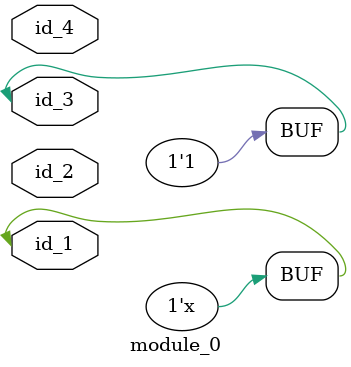
<source format=v>
`timescale 1ps / 1ps
module module_0 (
    id_1,
    id_2,
    id_3,
    id_4
);
  input id_4;
  inout id_3;
  input id_2;
  inout id_1;
  always @(*) begin
    id_1 <= id_3;
    id_3 <= 1;
  end
endmodule

</source>
